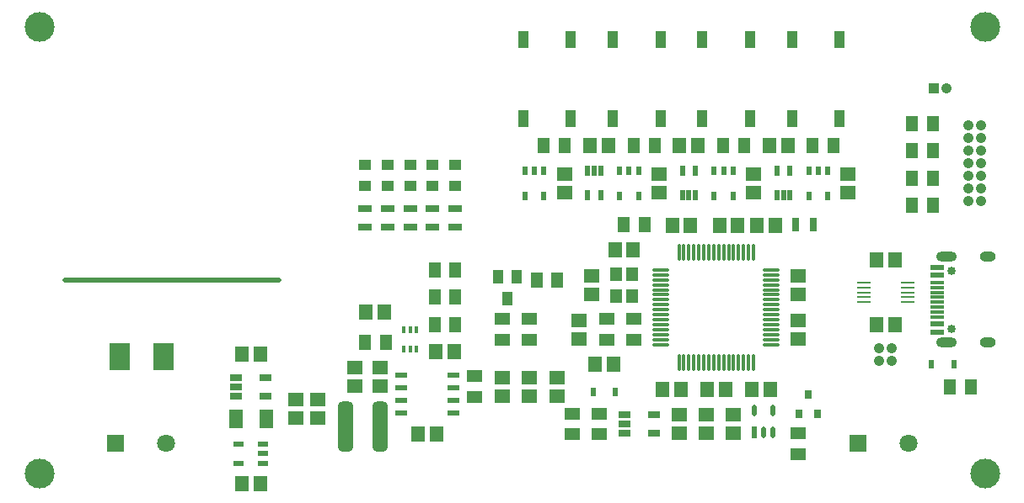
<source format=gbr>
%TF.GenerationSoftware,Altium Limited,Altium Designer,21.0.9 (235)*%
G04 Layer_Color=255*
%FSLAX45Y45*%
%MOMM*%
%TF.SameCoordinates,EF7BBA3F-781E-4618-A6AB-C8CA2981E545*%
%TF.FilePolarity,Positive*%
%TF.FileFunction,Pads,Top*%
%TF.Part,Single*%
G01*
G75*
%TA.AperFunction,SMDPad,CuDef*%
%ADD10R,1.20000X1.50000*%
%ADD11R,1.10000X1.80000*%
%ADD12R,1.50000X1.45000*%
%ADD13R,1.50000X1.20000*%
%ADD14R,0.63000X0.83000*%
%ADD15R,2.15900X2.74300*%
G04:AMPARAMS|DCode=16|XSize=1.3mm|YSize=0.76mm|CornerRadius=0.095mm|HoleSize=0mm|Usage=FLASHONLY|Rotation=270.000|XOffset=0mm|YOffset=0mm|HoleType=Round|Shape=RoundedRectangle|*
%AMROUNDEDRECTD16*
21,1,1.30000,0.57000,0,0,270.0*
21,1,1.11000,0.76000,0,0,270.0*
1,1,0.19000,-0.28500,-0.55500*
1,1,0.19000,-0.28500,0.55500*
1,1,0.19000,0.28500,0.55500*
1,1,0.19000,0.28500,-0.55500*
%
%ADD16ROUNDEDRECTD16*%
%ADD17R,1.20000X1.10000*%
G04:AMPARAMS|DCode=18|XSize=1.3mm|YSize=0.76mm|CornerRadius=0.095mm|HoleSize=0mm|Usage=FLASHONLY|Rotation=180.000|XOffset=0mm|YOffset=0mm|HoleType=Round|Shape=RoundedRectangle|*
%AMROUNDEDRECTD18*
21,1,1.30000,0.57000,0,0,180.0*
21,1,1.11000,0.76000,0,0,180.0*
1,1,0.19000,-0.55500,0.28500*
1,1,0.19000,0.55500,0.28500*
1,1,0.19000,0.55500,-0.28500*
1,1,0.19000,-0.55500,-0.28500*
%
%ADD18ROUNDEDRECTD18*%
G04:AMPARAMS|DCode=19|XSize=0.55mm|YSize=0.8mm|CornerRadius=0.0495mm|HoleSize=0mm|Usage=FLASHONLY|Rotation=0.000|XOffset=0mm|YOffset=0mm|HoleType=Round|Shape=RoundedRectangle|*
%AMROUNDEDRECTD19*
21,1,0.55000,0.70100,0,0,0.0*
21,1,0.45100,0.80000,0,0,0.0*
1,1,0.09900,0.22550,-0.35050*
1,1,0.09900,-0.22550,-0.35050*
1,1,0.09900,-0.22550,0.35050*
1,1,0.09900,0.22550,0.35050*
%
%ADD19ROUNDEDRECTD19*%
G04:AMPARAMS|DCode=20|XSize=0.45mm|YSize=1.05mm|CornerRadius=0.0495mm|HoleSize=0mm|Usage=FLASHONLY|Rotation=180.000|XOffset=0mm|YOffset=0mm|HoleType=Round|Shape=RoundedRectangle|*
%AMROUNDEDRECTD20*
21,1,0.45000,0.95100,0,0,180.0*
21,1,0.35100,1.05000,0,0,180.0*
1,1,0.09900,-0.17550,0.47550*
1,1,0.09900,0.17550,0.47550*
1,1,0.09900,0.17550,-0.47550*
1,1,0.09900,-0.17550,-0.47550*
%
%ADD20ROUNDEDRECTD20*%
%ADD21R,1.45000X1.50000*%
%ADD22R,0.80000X0.90000*%
G04:AMPARAMS|DCode=23|XSize=1.15564mm|YSize=0.52981mm|CornerRadius=0.2649mm|HoleSize=0mm|Usage=FLASHONLY|Rotation=90.000|XOffset=0mm|YOffset=0mm|HoleType=Round|Shape=RoundedRectangle|*
%AMROUNDEDRECTD23*
21,1,1.15564,0.00000,0,0,90.0*
21,1,0.62584,0.52981,0,0,90.0*
1,1,0.52980,0.00000,0.31292*
1,1,0.52980,0.00000,-0.31292*
1,1,0.52980,0.00000,-0.31292*
1,1,0.52980,0.00000,0.31292*
%
%ADD23ROUNDEDRECTD23*%
%ADD24R,0.52981X1.15564*%
G04:AMPARAMS|DCode=25|XSize=0.65mm|YSize=1.2mm|CornerRadius=0.04875mm|HoleSize=0mm|Usage=FLASHONLY|Rotation=90.000|XOffset=0mm|YOffset=0mm|HoleType=Round|Shape=RoundedRectangle|*
%AMROUNDEDRECTD25*
21,1,0.65000,1.10250,0,0,90.0*
21,1,0.55250,1.20000,0,0,90.0*
1,1,0.09750,0.55125,0.27625*
1,1,0.09750,0.55125,-0.27625*
1,1,0.09750,-0.55125,-0.27625*
1,1,0.09750,-0.55125,0.27625*
%
%ADD25ROUNDEDRECTD25*%
%ADD26R,1.00000X1.40000*%
%ADD27R,0.40000X0.65000*%
%ADD28R,1.00000X0.60000*%
%ADD29R,1.35000X1.85000*%
%ADD30O,0.30000X1.80000*%
%ADD31O,1.80000X0.30000*%
%TA.AperFunction,ConnectorPad*%
%ADD32R,1.45000X0.60000*%
%ADD33R,1.45000X0.30000*%
%TA.AperFunction,SMDPad,CuDef*%
G04:AMPARAMS|DCode=34|XSize=1.5mm|YSize=5mm|CornerRadius=0.375mm|HoleSize=0mm|Usage=FLASHONLY|Rotation=180.000|XOffset=0mm|YOffset=0mm|HoleType=Round|Shape=RoundedRectangle|*
%AMROUNDEDRECTD34*
21,1,1.50000,4.25000,0,0,180.0*
21,1,0.75000,5.00000,0,0,180.0*
1,1,0.75000,-0.37500,2.12500*
1,1,0.75000,0.37500,2.12500*
1,1,0.75000,0.37500,-2.12500*
1,1,0.75000,-0.37500,-2.12500*
%
%ADD34ROUNDEDRECTD34*%
%ADD35R,1.20000X1.40000*%
%ADD36O,1.40000X0.25000*%
G04:AMPARAMS|DCode=37|XSize=0.55mm|YSize=1.25mm|CornerRadius=0.0495mm|HoleSize=0mm|Usage=FLASHONLY|Rotation=270.000|XOffset=0mm|YOffset=0mm|HoleType=Round|Shape=RoundedRectangle|*
%AMROUNDEDRECTD37*
21,1,0.55000,1.15100,0,0,270.0*
21,1,0.45100,1.25000,0,0,270.0*
1,1,0.09900,-0.57550,-0.22550*
1,1,0.09900,-0.57550,0.22550*
1,1,0.09900,0.57550,0.22550*
1,1,0.09900,0.57550,-0.22550*
%
%ADD37ROUNDEDRECTD37*%
%TA.AperFunction,ComponentPad*%
%ADD45C,1.05000*%
%ADD46R,1.05000X1.05000*%
%ADD47R,1.80000X1.80000*%
%TA.AperFunction,ViaPad*%
%ADD48C,3.00000*%
%TA.AperFunction,ComponentPad*%
%ADD49O,1.60000X1.00000*%
%ADD50O,2.10000X1.00000*%
%ADD51C,0.85000*%
%ADD52C,1.80000*%
%ADD53O,22.00000X0.50000*%
D10*
X5320000Y3550000D02*
D03*
X5530000D02*
D03*
X9605000Y1125000D02*
D03*
X9395000D02*
D03*
X8230000Y3550000D02*
D03*
X8020000D02*
D03*
X7330000D02*
D03*
X7120000D02*
D03*
X6430000D02*
D03*
X6220000D02*
D03*
X6122280Y2755120D02*
D03*
X6332280D02*
D03*
X9020000Y2950000D02*
D03*
X9230000D02*
D03*
X9020000Y3225000D02*
D03*
X9230000D02*
D03*
X9020000Y3500000D02*
D03*
X9230000D02*
D03*
X9020000Y3775000D02*
D03*
X9230000D02*
D03*
X5245000Y2200000D02*
D03*
X5455000D02*
D03*
X4430000Y2300000D02*
D03*
X4220000D02*
D03*
X4430000Y2025000D02*
D03*
X4220000D02*
D03*
Y1750000D02*
D03*
X4430000D02*
D03*
X3520000Y1575000D02*
D03*
X3730000D02*
D03*
D11*
X5109501Y4620099D02*
D03*
X5589500D02*
D03*
X5109500Y3820100D02*
D03*
X5589500Y3820101D02*
D03*
X6909501Y4620099D02*
D03*
X7389500D02*
D03*
X6909500Y3820100D02*
D03*
X7389500Y3820101D02*
D03*
X7809501Y4620099D02*
D03*
X8289500D02*
D03*
X7809500Y3820100D02*
D03*
X8289500Y3820101D02*
D03*
X6009501Y4620099D02*
D03*
X6489500D02*
D03*
X6009500Y3820100D02*
D03*
X6489500Y3820101D02*
D03*
D12*
X3417339Y1131780D02*
D03*
Y1316780D02*
D03*
X5525000Y3082500D02*
D03*
Y3267500D02*
D03*
X6475000Y3082500D02*
D03*
Y3267500D02*
D03*
X7425000Y3082500D02*
D03*
Y3267500D02*
D03*
X8375000Y3082500D02*
D03*
Y3267500D02*
D03*
X7875000Y1792500D02*
D03*
Y1607500D02*
D03*
Y2057500D02*
D03*
Y2242500D02*
D03*
X5800000D02*
D03*
Y2057500D02*
D03*
X5675000Y1792500D02*
D03*
Y1607500D02*
D03*
X6950000Y842500D02*
D03*
Y657500D02*
D03*
X7225000D02*
D03*
Y842500D02*
D03*
X6675000D02*
D03*
Y657500D02*
D03*
X5450000Y1217500D02*
D03*
Y1032500D02*
D03*
X5175000Y1217500D02*
D03*
Y1032500D02*
D03*
X4900000Y1217500D02*
D03*
Y1032500D02*
D03*
X3675000Y1317500D02*
D03*
Y1132500D02*
D03*
X3050000Y992500D02*
D03*
Y807500D02*
D03*
X2825000Y992500D02*
D03*
Y807500D02*
D03*
D13*
X5175000Y1595000D02*
D03*
Y1805000D02*
D03*
X4625000Y1230000D02*
D03*
Y1020000D02*
D03*
X5950000Y1595000D02*
D03*
Y1805000D02*
D03*
X6225000Y1595000D02*
D03*
Y1805000D02*
D03*
X7875000Y445000D02*
D03*
Y655000D02*
D03*
X5875000Y855000D02*
D03*
Y645000D02*
D03*
X5600000D02*
D03*
Y855000D02*
D03*
X4900000Y1805000D02*
D03*
Y1595000D02*
D03*
D14*
X5813500Y1075000D02*
D03*
X6036500D02*
D03*
X9213500Y1350000D02*
D03*
X9436500D02*
D03*
D15*
X1054000Y1425000D02*
D03*
X1496000D02*
D03*
D16*
X7843420Y2755100D02*
D03*
X8022420D02*
D03*
D17*
X4425000Y3355000D02*
D03*
Y3145000D02*
D03*
X4200000Y3355000D02*
D03*
Y3145000D02*
D03*
X3975000Y3355000D02*
D03*
Y3145000D02*
D03*
X3749976Y3354999D02*
D03*
Y3144999D02*
D03*
X3525000Y3355000D02*
D03*
Y3145000D02*
D03*
D18*
X4425000Y2735000D02*
D03*
Y2914000D02*
D03*
X3975000Y2735000D02*
D03*
Y2914000D02*
D03*
X4200000Y2735000D02*
D03*
Y2914000D02*
D03*
X3750000Y2735000D02*
D03*
Y2914000D02*
D03*
X3525000Y2735000D02*
D03*
Y2914000D02*
D03*
D19*
X8170000Y3047500D02*
D03*
X7980000D02*
D03*
Y3302500D02*
D03*
X8075000D02*
D03*
X8170000D02*
D03*
X7220000Y3047500D02*
D03*
X7030000D02*
D03*
Y3302500D02*
D03*
X7125000D02*
D03*
X7220000D02*
D03*
X6270000Y3047500D02*
D03*
X6080000D02*
D03*
Y3302500D02*
D03*
X6175000D02*
D03*
X6270000D02*
D03*
X5130000Y3047500D02*
D03*
X5320000Y3302500D02*
D03*
X5225000D02*
D03*
X5130000D02*
D03*
X5320000Y3047500D02*
D03*
D20*
X7660000Y3297500D02*
D03*
X7790000D02*
D03*
Y3052500D02*
D03*
X7725000D02*
D03*
X7660000D02*
D03*
X6710000Y3297500D02*
D03*
X6840000D02*
D03*
Y3052500D02*
D03*
X6775000D02*
D03*
X6710000D02*
D03*
X5890000Y3052500D02*
D03*
X5760000D02*
D03*
Y3297500D02*
D03*
X5825000D02*
D03*
X5890000D02*
D03*
D21*
X7582500Y3550000D02*
D03*
X7767500D02*
D03*
X6682500D02*
D03*
X6867500D02*
D03*
X5782500D02*
D03*
X5967500D02*
D03*
X7457500Y2750000D02*
D03*
X7642500D02*
D03*
X7267500D02*
D03*
X7082500D02*
D03*
X6792500D02*
D03*
X6607500D02*
D03*
X6217500Y2500000D02*
D03*
X6032500D02*
D03*
X5832500Y1350000D02*
D03*
X6017500D02*
D03*
X8657500Y2400000D02*
D03*
X8842500D02*
D03*
Y1750000D02*
D03*
X8657500D02*
D03*
X7592500Y1100000D02*
D03*
X7407500D02*
D03*
X7142500D02*
D03*
X6957500D02*
D03*
X6507500D02*
D03*
X6692500D02*
D03*
X4232500Y1475000D02*
D03*
X4417500D02*
D03*
X4242500Y650000D02*
D03*
X4057500D02*
D03*
X3532500Y1875000D02*
D03*
X3717500D02*
D03*
X2467500Y150000D02*
D03*
X2282500D02*
D03*
Y1450000D02*
D03*
X2467500D02*
D03*
D22*
X7880000Y850000D02*
D03*
X8070000D02*
D03*
X7975000Y1050000D02*
D03*
D23*
X7430000Y882528D02*
D03*
X7620000D02*
D03*
Y667472D02*
D03*
X7525000D02*
D03*
D24*
X7430000D02*
D03*
D25*
X6422500Y845000D02*
D03*
Y655000D02*
D03*
X6127500D02*
D03*
Y750000D02*
D03*
Y845000D02*
D03*
X2227500Y1220000D02*
D03*
Y1125000D02*
D03*
Y1030000D02*
D03*
X2522500D02*
D03*
Y1220000D02*
D03*
D26*
X4855000Y2235000D02*
D03*
X4950000Y2015000D02*
D03*
X5045000Y2235000D02*
D03*
D27*
X4040000Y1505000D02*
D03*
X3975000D02*
D03*
X3910000D02*
D03*
Y1695000D02*
D03*
X3975000D02*
D03*
X4040000D02*
D03*
D28*
X2495000Y355000D02*
D03*
Y450000D02*
D03*
Y545000D02*
D03*
X2255000D02*
D03*
Y355000D02*
D03*
D29*
X2527500Y800000D02*
D03*
X2222500D02*
D03*
D30*
X6825000Y1370000D02*
D03*
X6875000D02*
D03*
X6925000D02*
D03*
X6975000D02*
D03*
X7125000D02*
D03*
X7175000D02*
D03*
X7225000D02*
D03*
X6775000Y2480000D02*
D03*
X7275000Y1370000D02*
D03*
X7025000D02*
D03*
X7075000D02*
D03*
X6675000D02*
D03*
X6725000D02*
D03*
X6775000D02*
D03*
X7325000D02*
D03*
X7375000D02*
D03*
X7425000D02*
D03*
Y2480000D02*
D03*
X7375000D02*
D03*
X7325000D02*
D03*
X7275000D02*
D03*
X7225000D02*
D03*
X7175000D02*
D03*
X7125000D02*
D03*
X7075000D02*
D03*
X7025000D02*
D03*
X6975000D02*
D03*
X6925000D02*
D03*
X6875000D02*
D03*
X6825000D02*
D03*
X6725000D02*
D03*
X6675000D02*
D03*
D31*
X7605000Y1950000D02*
D03*
Y2000000D02*
D03*
Y2050000D02*
D03*
Y2100000D02*
D03*
Y2150000D02*
D03*
Y1550000D02*
D03*
Y1600000D02*
D03*
Y1650000D02*
D03*
Y1700000D02*
D03*
X6495000Y1950000D02*
D03*
Y1850000D02*
D03*
X7605000Y1750000D02*
D03*
Y1800000D02*
D03*
Y1850000D02*
D03*
Y1900000D02*
D03*
X6495000Y2250000D02*
D03*
Y2200000D02*
D03*
Y2150000D02*
D03*
Y2300000D02*
D03*
Y2100000D02*
D03*
Y2050000D02*
D03*
Y2000000D02*
D03*
Y1900000D02*
D03*
Y1800000D02*
D03*
Y1750000D02*
D03*
Y1700000D02*
D03*
Y1650000D02*
D03*
Y1600000D02*
D03*
Y1550000D02*
D03*
X7605000Y2200000D02*
D03*
Y2250000D02*
D03*
Y2300000D02*
D03*
D32*
X9272500Y1755000D02*
D03*
Y1675000D02*
D03*
Y2245000D02*
D03*
Y2325000D02*
D03*
D33*
Y1925000D02*
D03*
Y1875000D02*
D03*
Y1825000D02*
D03*
Y2075000D02*
D03*
Y2125000D02*
D03*
Y2175000D02*
D03*
Y2025000D02*
D03*
Y1975000D02*
D03*
D34*
X3675001Y725000D02*
D03*
X3325000D02*
D03*
D35*
X6205000Y2040000D02*
D03*
Y2260000D02*
D03*
X6045000Y2040000D02*
D03*
Y2260000D02*
D03*
D36*
X8970000Y1975000D02*
D03*
Y2025000D02*
D03*
Y2075000D02*
D03*
Y2125000D02*
D03*
Y2175000D02*
D03*
X8530000Y1975000D02*
D03*
Y2025000D02*
D03*
Y2075000D02*
D03*
Y2125000D02*
D03*
Y2175000D02*
D03*
D37*
X3887500Y1240500D02*
D03*
Y1113500D02*
D03*
Y986500D02*
D03*
Y859500D02*
D03*
X4412500Y1240500D02*
D03*
Y1113500D02*
D03*
Y986500D02*
D03*
Y859500D02*
D03*
D45*
X9363500Y4125000D02*
D03*
X9713500Y3756000D02*
D03*
X9586500D02*
D03*
X9713500Y3629000D02*
D03*
Y3502000D02*
D03*
X9586500Y3629000D02*
D03*
Y3502000D02*
D03*
X9713500Y3375000D02*
D03*
X9586500D02*
D03*
X9713500Y3248000D02*
D03*
Y3121000D02*
D03*
Y2994000D02*
D03*
X9586500Y3248000D02*
D03*
Y3121000D02*
D03*
Y2994000D02*
D03*
X8813500Y1386500D02*
D03*
X8686500D02*
D03*
X8813500Y1513500D02*
D03*
X8686500D02*
D03*
D46*
X9236500Y4125000D02*
D03*
D47*
X8476000Y558800D02*
D03*
X1016000D02*
D03*
D48*
X250000Y250000D02*
D03*
X9750000D02*
D03*
Y4750000D02*
D03*
X250000D02*
D03*
D49*
X9782000Y1568000D02*
D03*
Y2432000D02*
D03*
D50*
X9364000D02*
D03*
Y1568000D02*
D03*
D51*
X9417000Y2289000D02*
D03*
Y1711000D02*
D03*
D52*
X8984000Y558800D02*
D03*
X1524000D02*
D03*
D53*
X1584500Y2197600D02*
D03*
%TF.MD5,154526ac73e3000f125d8d5fe22f1b26*%
M02*

</source>
